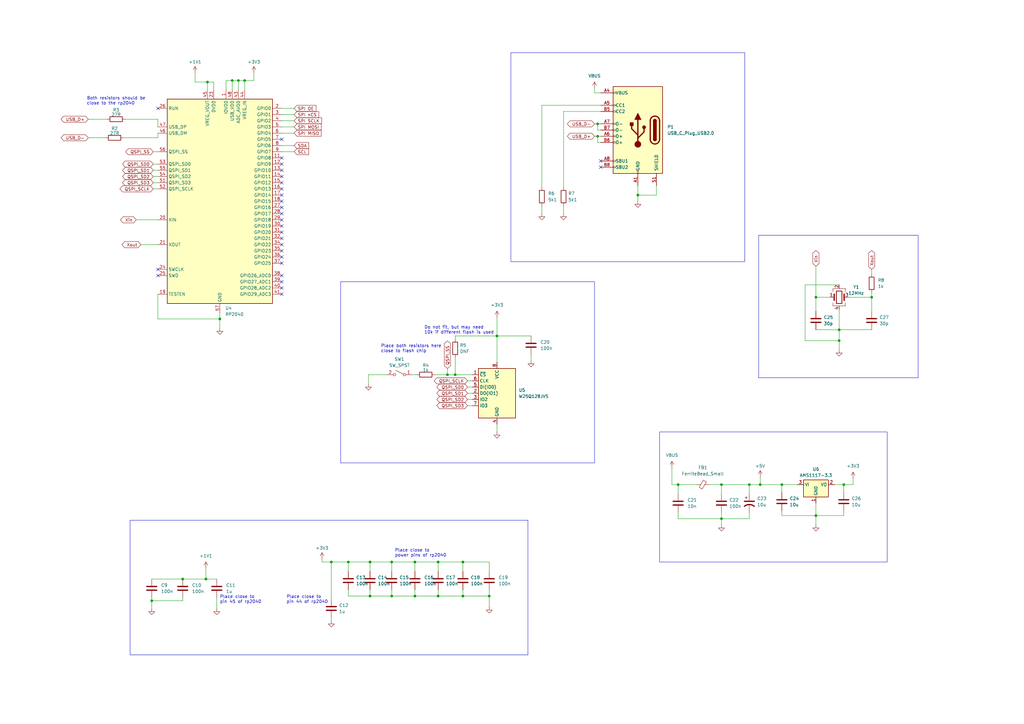
<source format=kicad_sch>
(kicad_sch (version 20231120) (generator "eeschema") (generator_version "8.0")
  (paper "A3")
  (lib_symbols
    (symbol "Connector:USB_C_Receptacle_USB2.0" (pin_names (offset 1.016))
      (property "Reference" "J" (at -10.16 19.05 0))
      (property "Value" "USB_C_Receptacle_USB2.0" (at 19.05 19.05 0))
      (symbol "USB_C_Receptacle_USB2.0_0_0"
        (rectangle (start -0.254 -17.78) (end 0.254 -16.764))
        (rectangle (start 10.16 -14.986) (end 9.144 -15.494))
        (rectangle (start 10.16 -12.446) (end 9.144 -12.954))
        (rectangle (start 10.16 -4.826) (end 9.144 -5.334))
        (rectangle (start 10.16 -2.286) (end 9.144 -2.794))
        (rectangle (start 10.16 0.254) (end 9.144 -0.254))
        (rectangle (start 10.16 2.794) (end 9.144 2.286))
        (rectangle (start 10.16 7.874) (end 9.144 7.366))
        (rectangle (start 10.16 10.414) (end 9.144 9.906))
        (rectangle (start 10.16 15.494) (end 9.144 14.986))
      )
      (symbol "USB_C_Receptacle_USB2.0_0_1"
        (rectangle (start -10.16 17.78) (end 10.16 -17.78) (stroke (width 0.254)) (fill (type background)))
        (arc (start -8.89 -3.81) (mid -6.985 -5.7067) (end -5.08 -3.81) (stroke (width 0.508)))
        (arc (start -7.62 -3.81) (mid -6.985 -4.4423) (end -6.35 -3.81) (stroke (width 0.254)))
        (arc (start -7.62 -3.81) (mid -6.985 -4.4423) (end -6.35 -3.81) (stroke (width 0.254)) (fill (type outline)))
        (rectangle (start -7.62 -3.81) (end -6.35 3.81) (stroke (width 0.254)) (fill (type outline)))
        (arc (start -6.35 3.81) (mid -6.985 4.4423) (end -7.62 3.81) (stroke (width 0.254)))
        (arc (start -6.35 3.81) (mid -6.985 4.4423) (end -7.62 3.81) (stroke (width 0.254)) (fill (type outline)))
        (arc (start -5.08 3.81) (mid -6.985 5.7067) (end -8.89 3.81) (stroke (width 0.508)))
        (circle (center -2.54 1.143) (radius 0.635) (stroke (width 0.254)) (fill (type outline)))
        (circle (center 0 -5.842) (radius 1.27) (fill (type outline)))
        (polyline (pts (xy -8.89 -3.81) (xy -8.89 3.81)) (stroke (width 0.508)))
        (polyline (pts (xy -5.08 3.81) (xy -5.08 -3.81)) (stroke (width 0.508)))
        (polyline (pts (xy 0 -5.842) (xy 0 4.318)) (stroke (width 0.508)))
        (polyline (pts (xy 0 -3.302) (xy -2.54 -0.762) (xy -2.54 0.508)) (stroke (width 0.508)))
        (polyline (pts (xy 0 -2.032) (xy 2.54 0.508) (xy 2.54 1.778)) (stroke (width 0.508)))
        (polyline (pts (xy -1.27 4.318) (xy 0 6.858) (xy 1.27 4.318) (xy -1.27 4.318)) (stroke (width 0.254)) (fill (type outline)))
        (rectangle (start 1.905 1.778) (end 3.175 3.048) (stroke (width 0.254)) (fill (type outline)))
      )
      (symbol "USB_C_Receptacle_USB2.0_1_1"
        (pin passive line (at 0 -22.86 90) (length 5.08) (name "GND") (number "A1"))
        (pin passive line (at 0 -22.86 90) (length 5.08) hide (name "GND") (number "A12"))
        (pin passive line (at 15.24 15.24 180) (length 5.08) (name "VBUS") (number "A4"))
        (pin bidirectional line (at 15.24 10.16 180) (length 5.08) (name "CC1") (number "A5"))
        (pin bidirectional line (at 15.24 -2.54 180) (length 5.08) (name "D+") (number "A6"))
        (pin bidirectional line (at 15.24 2.54 180) (length 5.08) (name "D-") (number "A7"))
        (pin bidirectional line (at 15.24 -12.7 180) (length 5.08) (name "SBU1") (number "A8"))
        (pin passive line (at 15.24 15.24 180) (length 5.08) hide (name "VBUS") (number "A9"))
        (pin passive line (at 0 -22.86 90) (length 5.08) hide (name "GND") (number "B1"))
        (pin passive line (at 0 -22.86 90) (length 5.08) hide (name "GND") (number "B12"))
        (pin passive line (at 15.24 15.24 180) (length 5.08) hide (name "VBUS") (number "B4"))
        (pin bidirectional line (at 15.24 7.62 180) (length 5.08) (name "CC2") (number "B5"))
        (pin bidirectional line (at 15.24 -5.08 180) (length 5.08) (name "D+") (number "B6"))
        (pin bidirectional line (at 15.24 0 180) (length 5.08) (name "D-") (number "B7"))
        (pin bidirectional line (at 15.24 -15.24 180) (length 5.08) (name "SBU2") (number "B8"))
        (pin passive line (at 15.24 15.24 180) (length 5.08) hide (name "VBUS") (number "B9"))
        (pin passive line (at -7.62 -22.86 90) (length 5.08) (name "SHIELD") (number "S1"))
      )
    )
    (symbol "Device:C" (pin_numbers hide) (pin_names (offset 0.254))
      (property "Reference" "C" (at 0.635 2.54 0))
      (property "Value" "C" (at 0.635 -2.54 0))
      (symbol "C_0_1"
        (polyline (pts (xy -2.032 -0.762) (xy 2.032 -0.762)) (stroke (width 0.508)))
        (polyline (pts (xy -2.032 0.762) (xy 2.032 0.762)) (stroke (width 0.508)))
      )
      (symbol "C_1_1"
        (pin passive line (at 0 3.81 270) (length 2.794) (name "~") (number "1"))
        (pin passive line (at 0 -3.81 90) (length 2.794) (name "~") (number "2"))
      )
    )
    (symbol "Device:C_Polarized_US" (pin_numbers hide) (pin_names (offset 0.254) hide)
      (property "Reference" "C" (at 0.635 2.54 0))
      (property "Value" "C_Polarized_US" (at 0.635 -2.54 0))
      (symbol "C_Polarized_US_0_1"
        (polyline (pts (xy -2.032 0.762) (xy 2.032 0.762)) (stroke (width 0.508)))
        (polyline (pts (xy -1.778 2.286) (xy -0.762 2.286)))
        (polyline (pts (xy -1.27 1.778) (xy -1.27 2.794)))
        (arc (start 2.032 -1.27) (mid 0 -0.5572) (end -2.032 -1.27) (stroke (width 0.508)))
      )
      (symbol "C_Polarized_US_1_1"
        (pin passive line (at 0 3.81 270) (length 2.794) (name "~") (number "1"))
        (pin passive line (at 0 -3.81 90) (length 3.302) (name "~") (number "2"))
      )
    )
    (symbol "Device:Crystal_GND24" (pin_names (offset 1.016) hide)
      (property "Reference" "Y" (at 3.175 5.08 0))
      (property "Value" "Crystal_GND24" (at 3.175 3.175 0))
      (symbol "Crystal_GND24_0_1"
        (rectangle (start -1.143 2.54) (end 1.143 -2.54) (stroke (width 0.3048)))
        (polyline (pts (xy -2.54 0) (xy -2.032 0)))
        (polyline (pts (xy -2.032 -1.27) (xy -2.032 1.27)) (stroke (width 0.508)))
        (polyline (pts (xy 0 -3.81) (xy 0 -3.556)))
        (polyline (pts (xy 0 3.556) (xy 0 3.81)))
        (polyline (pts (xy 2.032 -1.27) (xy 2.032 1.27)) (stroke (width 0.508)))
        (polyline (pts (xy 2.032 0) (xy 2.54 0)))
        (polyline (pts (xy -2.54 -2.286) (xy -2.54 -3.556) (xy 2.54 -3.556) (xy 2.54 -2.286)))
        (polyline (pts (xy -2.54 2.286) (xy -2.54 3.556) (xy 2.54 3.556) (xy 2.54 2.286)))
      )
      (symbol "Crystal_GND24_1_1"
        (pin passive line (at -3.81 0 0) (length 1.27) (name "1") (number "1"))
        (pin passive line (at 0 5.08 270) (length 1.27) (name "2") (number "2"))
        (pin passive line (at 3.81 0 180) (length 1.27) (name "3") (number "3"))
        (pin passive line (at 0 -5.08 90) (length 1.27) (name "4") (number "4"))
      )
    )
    (symbol "Device:FerriteBead_Small" (pin_numbers hide) (pin_names (offset 0))
      (property "Reference" "FB" (at 1.905 1.27 0))
      (property "Value" "FerriteBead_Small" (at 1.905 -1.27 0))
      (symbol "FerriteBead_Small_0_1"
        (polyline (pts (xy 0 -1.27) (xy 0 -0.7874)))
        (polyline (pts (xy 0 0.889) (xy 0 1.2954)))
        (polyline (pts (xy -1.8288 0.2794) (xy -1.1176 1.4986) (xy 1.8288 -0.2032) (xy 1.1176 -1.4224) (xy -1.8288 0.2794)))
      )
      (symbol "FerriteBead_Small_1_1"
        (pin passive line (at 0 2.54 270) (length 1.27) (name "~") (number "1"))
        (pin passive line (at 0 -2.54 90) (length 1.27) (name "~") (number "2"))
      )
    )
    (symbol "Device:R" (pin_numbers hide) (pin_names (offset 0))
      (property "Reference" "R" (at 2.032 0 90))
      (property "Value" "R" (at 0 0 90))
      (symbol "R_0_1"
        (rectangle (start -1.016 -2.54) (end 1.016 2.54) (stroke (width 0.254)))
      )
      (symbol "R_1_1"
        (pin passive line (at 0 3.81 270) (length 1.27) (name "~") (number "1"))
        (pin passive line (at 0 -3.81 90) (length 1.27) (name "~") (number "2"))
      )
    )
    (symbol "MCU_RaspberryPi:RP2040"
      (property "Reference" "U" (at 17.78 45.72 0))
      (property "Value" "RP2040" (at 17.78 43.18 0))
      (symbol "RP2040_0_1"
        (rectangle (start -21.59 41.91) (end 21.59 -41.91) (stroke (width 0.254)) (fill (type background)))
      )
      (symbol "RP2040_1_1"
        (pin power_in line (at 2.54 45.72 270) (length 3.81) (name "IOVDD") (number "1"))
        (pin passive line (at 2.54 45.72 270) (length 3.81) hide (name "IOVDD") (number "10"))
        (pin bidirectional line (at 25.4 17.78 180) (length 3.81) (name "GPIO8") (number "11"))
        (pin bidirectional line (at 25.4 15.24 180) (length 3.81) (name "GPIO9") (number "12"))
        (pin bidirectional line (at 25.4 12.7 180) (length 3.81) (name "GPIO10") (number "13"))
        (pin bidirectional line (at 25.4 10.16 180) (length 3.81) (name "GPIO11") (number "14"))
        (pin bidirectional line (at 25.4 7.62 180) (length 3.81) (name "GPIO12") (number "15"))
        (pin bidirectional line (at 25.4 5.08 180) (length 3.81) (name "GPIO13") (number "16"))
        (pin bidirectional line (at 25.4 2.54 180) (length 3.81) (name "GPIO14") (number "17"))
        (pin bidirectional line (at 25.4 0 180) (length 3.81) (name "GPIO15") (number "18"))
        (pin input line (at -25.4 -38.1 0) (length 3.81) (name "TESTEN") (number "19"))
        (pin bidirectional line (at 25.4 38.1 180) (length 3.81) (name "GPIO0") (number "2"))
        (pin input line (at -25.4 -7.62 0) (length 3.81) (name "XIN") (number "20"))
        (pin passive line (at -25.4 -17.78 0) (length 3.81) (name "XOUT") (number "21"))
        (pin passive line (at 2.54 45.72 270) (length 3.81) hide (name "IOVDD") (number "22"))
        (pin power_in line (at -2.54 45.72 270) (length 3.81) (name "DVDD") (number "23"))
        (pin input line (at -25.4 -27.94 0) (length 3.81) (name "SWCLK") (number "24"))
        (pin bidirectional line (at -25.4 -30.48 0) (length 3.81) (name "SWD") (number "25"))
        (pin input line (at -25.4 38.1 0) (length 3.81) (name "RUN") (number "26"))
        (pin bidirectional line (at 25.4 -2.54 180) (length 3.81) (name "GPIO16") (number "27"))
        (pin bidirectional line (at 25.4 -5.08 180) (length 3.81) (name "GPIO17") (number "28"))
        (pin bidirectional line (at 25.4 -7.62 180) (length 3.81) (name "GPIO18") (number "29"))
        (pin bidirectional line (at 25.4 35.56 180) (length 3.81) (name "GPIO1") (number "3"))
        (pin bidirectional line (at 25.4 -10.16 180) (length 3.81) (name "GPIO19") (number "30"))
        (pin bidirectional line (at 25.4 -12.7 180) (length 3.81) (name "GPIO20") (number "31"))
        (pin bidirectional line (at 25.4 -15.24 180) (length 3.81) (name "GPIO21") (number "32"))
        (pin passive line (at 2.54 45.72 270) (length 3.81) hide (name "IOVDD") (number "33"))
        (pin bidirectional line (at 25.4 -17.78 180) (length 3.81) (name "GPIO22") (number "34"))
        (pin bidirectional line (at 25.4 -20.32 180) (length 3.81) (name "GPIO23") (number "35"))
        (pin bidirectional line (at 25.4 -22.86 180) (length 3.81) (name "GPIO24") (number "36"))
        (pin bidirectional line (at 25.4 -25.4 180) (length 3.81) (name "GPIO25") (number "37"))
        (pin bidirectional line (at 25.4 -30.48 180) (length 3.81) (name "GPIO26_ADC0") (number "38"))
        (pin bidirectional line (at 25.4 -33.02 180) (length 3.81) (name "GPIO27_ADC1") (number "39"))
        (pin bidirectional line (at 25.4 33.02 180) (length 3.81) (name "GPIO2") (number "4"))
        (pin bidirectional line (at 25.4 -35.56 180) (length 3.81) (name "GPIO28_ADC2") (number "40"))
        (pin bidirectional line (at 25.4 -38.1 180) (length 3.81) (name "GPIO29_ADC3") (number "41"))
        (pin passive line (at 2.54 45.72 270) (length 3.81) hide (name "IOVDD") (number "42"))
        (pin power_in line (at 7.62 45.72 270) (length 3.81) (name "ADC_AVDD") (number "43"))
        (pin power_in line (at 10.16 45.72 270) (length 3.81) (name "VREG_IN") (number "44"))
        (pin power_out line (at -5.08 45.72 270) (length 3.81) (name "VREG_VOUT") (number "45"))
        (pin bidirectional line (at -25.4 27.94 0) (length 3.81) (name "USB_DM") (number "46"))
        (pin bidirectional line (at -25.4 30.48 0) (length 3.81) (name "USB_DP") (number "47"))
        (pin power_in line (at 5.08 45.72 270) (length 3.81) (name "USB_VDD") (number "48"))
        (pin passive line (at 2.54 45.72 270) (length 3.81) hide (name "IOVDD") (number "49"))
        (pin bidirectional line (at 25.4 30.48 180) (length 3.81) (name "GPIO3") (number "5"))
        (pin passive line (at -2.54 45.72 270) (length 3.81) hide (name "DVDD") (number "50"))
        (pin bidirectional line (at -25.4 7.62 0) (length 3.81) (name "QSPI_SD3") (number "51"))
        (pin output line (at -25.4 5.08 0) (length 3.81) (name "QSPI_SCLK") (number "52"))
        (pin bidirectional line (at -25.4 15.24 0) (length 3.81) (name "QSPI_SD0") (number "53"))
        (pin bidirectional line (at -25.4 10.16 0) (length 3.81) (name "QSPI_SD2") (number "54"))
        (pin bidirectional line (at -25.4 12.7 0) (length 3.81) (name "QSPI_SD1") (number "55"))
        (pin bidirectional line (at -25.4 20.32 0) (length 3.81) (name "QSPI_SS") (number "56"))
        (pin power_in line (at 0 -45.72 90) (length 3.81) (name "GND") (number "57"))
        (pin bidirectional line (at 25.4 27.94 180) (length 3.81) (name "GPIO4") (number "6"))
        (pin bidirectional line (at 25.4 25.4 180) (length 3.81) (name "GPIO5") (number "7"))
        (pin bidirectional line (at 25.4 22.86 180) (length 3.81) (name "GPIO6") (number "8"))
        (pin bidirectional line (at 25.4 20.32 180) (length 3.81) (name "GPIO7") (number "9"))
      )
    )
    (symbol "Memory_Flash:W25Q128JVS"
      (property "Reference" "U" (at -8.89 8.89 0))
      (property "Value" "W25Q128JVS" (at 7.62 8.89 0))
      (symbol "W25Q128JVS_0_1"
        (rectangle (start -7.62 10.16) (end 7.62 -10.16) (stroke (width 0.254)) (fill (type background)))
      )
      (symbol "W25Q128JVS_1_1"
        (pin input line (at -10.16 7.62 0) (length 2.54) (name "~{CS}") (number "1"))
        (pin bidirectional line (at -10.16 0 0) (length 2.54) (name "DO(IO1)") (number "2"))
        (pin bidirectional line (at -10.16 -2.54 0) (length 2.54) (name "IO2") (number "3"))
        (pin power_in line (at 0 -12.7 90) (length 2.54) (name "GND") (number "4"))
        (pin bidirectional line (at -10.16 2.54 0) (length 2.54) (name "DI(IO0)") (number "5"))
        (pin input line (at -10.16 5.08 0) (length 2.54) (name "CLK") (number "6"))
        (pin bidirectional line (at -10.16 -5.08 0) (length 2.54) (name "IO3") (number "7"))
        (pin power_in line (at 0 12.7 270) (length 2.54) (name "VCC") (number "8"))
      )
    )
    (symbol "Regulator_Linear:AMS1117-3.3"
      (property "Reference" "U" (at -3.81 3.175 0))
      (property "Value" "AMS1117-3.3" (at 0 3.175 0))
      (symbol "AMS1117-3.3_0_1"
        (rectangle (start -5.08 -5.08) (end 5.08 1.905) (stroke (width 0.254)) (fill (type background)))
      )
      (symbol "AMS1117-3.3_1_1"
        (pin power_in line (at 0 -7.62 90) (length 2.54) (name "GND") (number "1"))
        (pin power_out line (at 7.62 0 180) (length 2.54) (name "VO") (number "2"))
        (pin power_in line (at -7.62 0 0) (length 2.54) (name "VI") (number "3"))
      )
    )
    (symbol "Switch:SW_SPST" (pin_names (offset 0) hide)
      (property "Reference" "SW" (at 0 3.175 0))
      (property "Value" "SW_SPST" (at 0 -2.54 0))
      (symbol "SW_SPST_0_0"
        (circle (center -2.032 0) (radius 0.508))
        (polyline (pts (xy -1.524 0.254) (xy 1.524 1.778)))
        (circle (center 2.032 0) (radius 0.508))
      )
      (symbol "SW_SPST_1_1"
        (pin passive line (at -5.08 0 0) (length 2.54) (name "A") (number "1"))
        (pin passive line (at 5.08 0 180) (length 2.54) (name "B") (number "2"))
      )
    )
    (symbol "power:+1V1" (power) (pin_names (offset 0))
      (property "Value" "+1V1" (at 0 3.556 0))
      (symbol "+1V1_0_1"
        (polyline (pts (xy -0.762 1.27) (xy 0 2.54)))
        (polyline (pts (xy 0 0) (xy 0 2.54)))
        (polyline (pts (xy 0 2.54) (xy 0.762 1.27)))
      )
      (symbol "+1V1_1_1"
        (pin power_in line (at 0 0 90) (length 0) hide (name "+1V1") (number "1"))
      )
    )
    (symbol "power:+3V3" (power) (pin_names (offset 0))
      (property "Value" "+3V3" (at 0 3.556 0))
      (symbol "+3V3_0_1"
        (polyline (pts (xy -0.762 1.27) (xy 0 2.54)))
        (polyline (pts (xy 0 0) (xy 0 2.54)))
        (polyline (pts (xy 0 2.54) (xy 0.762 1.27)))
      )
      (symbol "+3V3_1_1"
        (pin power_in line (at 0 0 90) (length 0) hide (name "+3V3") (number "1"))
      )
    )
    (symbol "power:+5V" (power) (pin_names (offset 0))
      (property "Value" "+5V" (at 0 3.556 0))
      (symbol "+5V_0_1"
        (polyline (pts (xy -0.762 1.27) (xy 0 2.54)))
        (polyline (pts (xy 0 0) (xy 0 2.54)))
        (polyline (pts (xy 0 2.54) (xy 0.762 1.27)))
      )
      (symbol "+5V_1_1"
        (pin power_in line (at 0 0 90) (length 0) hide (name "+5V") (number "1"))
      )
    )
    (symbol "power:GND" (power) (pin_names (offset 0))
      (property "Value" "GND" (at 0 -3.81 0))
      (symbol "GND_0_1"
        (polyline (pts (xy 0 0) (xy 0 -1.27) (xy 1.27 -1.27) (xy 0 -2.54) (xy -1.27 -1.27) (xy 0 -1.27)))
      )
      (symbol "GND_1_1"
        (pin power_in line (at 0 0 270) (length 0) hide (name "GND") (number "1"))
      )
    )
    (symbol "power:VBUS" (power) (pin_names (offset 0))
      (property "Value" "VBUS" (at 0 3.81 0))
      (symbol "VBUS_0_1"
        (polyline (pts (xy -0.762 1.27) (xy 0 2.54)))
        (polyline (pts (xy 0 0) (xy 0 2.54)))
        (polyline (pts (xy 0 2.54) (xy 0.762 1.27)))
      )
      (symbol "VBUS_1_1"
        (pin power_in line (at 0 0 90) (length 0) hide (name "VBUS") (number "1"))
      )
    )
  )
  (junction (at 151.765 230.505))
  (junction (at 160.655 244.475))
  (junction (at 100.33 33.02))
  (junction (at 189.865 230.505))
  (junction (at 95.25 33.02))
  (junction (at 295.91 212.725))
  (junction (at 179.705 244.475))
  (junction (at 200.66 244.475))
  (junction (at 295.91 198.755))
  (junction (at 245.11 50.8))
  (junction (at 357.505 121.92))
  (junction (at 203.835 137.795))
  (junction (at 320.675 198.755))
  (junction (at 245.11 55.88))
  (junction (at 62.23 246.38))
  (junction (at 170.18 244.475))
  (junction (at 311.785 198.755))
  (junction (at 135.89 230.505))
  (junction (at 186.69 153.67))
  (junction (at 160.655 230.505))
  (junction (at 183.515 153.67))
  (junction (at 142.875 230.505))
  (junction (at 85.09 33.655))
  (junction (at 151.765 244.475))
  (junction (at 179.705 230.505))
  (junction (at 97.79 33.02))
  (junction (at 261.62 80.01))
  (junction (at 334.645 121.92))
  (junction (at 307.34 198.755))
  (junction (at 189.865 244.475))
  (junction (at 334.645 211.455))
  (junction (at 84.455 237.49))
  (junction (at 90.17 130.81))
  (junction (at 74.93 237.49))
  (junction (at 346.075 198.755))
  (junction (at 344.17 135.255))
  (junction (at 278.13 198.755))
  (junction (at 170.18 230.505))
  (junction (at 344.17 139.7))
  (no_connect (at 115.57 105.41))
  (no_connect (at 64.77 113.03))
  (no_connect (at 115.57 64.77))
  (no_connect (at 115.57 82.55))
  (no_connect (at 64.77 110.49))
  (no_connect (at 115.57 107.95))
  (no_connect (at 115.57 118.11))
  (no_connect (at 115.57 67.31))
  (no_connect (at 115.57 92.71))
  (no_connect (at 115.57 97.79))
  (no_connect (at 115.57 72.39))
  (no_connect (at 115.57 74.93))
  (no_connect (at 115.57 102.87))
  (no_connect (at 115.57 90.17))
  (no_connect (at 115.57 80.01))
  (no_connect (at 115.57 87.63))
  (no_connect (at 115.57 113.03))
  (no_connect (at 115.57 120.65))
  (no_connect (at 115.57 77.47))
  (no_connect (at 115.57 69.85))
  (no_connect (at 246.38 68.58))
  (no_connect (at 115.57 95.25))
  (no_connect (at 115.57 57.15))
  (no_connect (at 115.57 100.33))
  (no_connect (at 115.57 85.09))
  (no_connect (at 246.38 66.04))
  (no_connect (at 115.57 115.57))
  (no_connect (at 64.77 44.45))
  (wire (pts (xy 88.9 237.49) (xy 84.455 237.49)))
  (wire (pts (xy 120.65 59.69) (xy 115.57 59.69)))
  (wire (pts (xy 95.25 36.83) (xy 95.25 33.02)))
  (wire (pts (xy 191.77 161.29) (xy 193.675 161.29)))
  (wire (pts (xy 160.655 244.475) (xy 170.18 244.475)))
  (wire (pts (xy 74.93 246.38) (xy 62.23 246.38)))
  (wire (pts (xy 349.885 198.755) (xy 349.885 196.215)))
  (wire (pts (xy 62.23 246.38) (xy 62.23 249.555)))
  (wire (pts (xy 295.91 215.265) (xy 295.91 212.725)))
  (wire (pts (xy 62.23 245.11) (xy 62.23 246.38)))
  (wire (pts (xy 179.705 241.935) (xy 179.705 244.475)))
  (wire (pts (xy 344.17 116.84) (xy 330.2 116.84)))
  (wire (pts (xy 74.93 237.49) (xy 84.455 237.49)))
  (wire (pts (xy 217.805 147.955) (xy 217.805 145.415)))
  (wire (pts (xy 160.655 241.935) (xy 160.655 244.475)))
  (wire (pts (xy 307.34 198.755) (xy 307.34 202.565)))
  (wire (pts (xy 278.13 202.565) (xy 278.13 198.755)))
  (wire (pts (xy 278.13 210.185) (xy 278.13 212.725)))
  (wire (pts (xy 186.69 139.065) (xy 186.69 137.795)))
  (wire (pts (xy 347.98 121.92) (xy 357.505 121.92)))
  (wire (pts (xy 245.11 50.8) (xy 246.38 50.8)))
  (wire (pts (xy 334.645 135.255) (xy 344.17 135.255)))
  (wire (pts (xy 62.865 69.85) (xy 64.77 69.85)))
  (wire (pts (xy 330.2 139.7) (xy 344.17 139.7)))
  (wire (pts (xy 170.18 244.475) (xy 179.705 244.475)))
  (wire (pts (xy 64.77 56.515) (xy 64.77 54.61)))
  (wire (pts (xy 135.89 245.745) (xy 135.89 230.505)))
  (wire (pts (xy 320.675 209.55) (xy 320.675 211.455)))
  (wire (pts (xy 135.89 254.635) (xy 135.89 253.365)))
  (wire (pts (xy 151.13 153.67) (xy 151.13 157.48)))
  (wire (pts (xy 120.65 62.23) (xy 115.57 62.23)))
  (wire (pts (xy 142.875 244.475) (xy 151.765 244.475)))
  (wire (pts (xy 179.705 230.505) (xy 189.865 230.505)))
  (wire (pts (xy 307.34 198.755) (xy 311.785 198.755)))
  (wire (pts (xy 269.24 80.01) (xy 261.62 80.01)))
  (wire (pts (xy 245.11 55.88) (xy 246.38 55.88)))
  (wire (pts (xy 357.505 110.49) (xy 357.505 112.395)))
  (wire (pts (xy 295.91 198.755) (xy 307.34 198.755)))
  (wire (pts (xy 80.01 29.845) (xy 80.01 33.655)))
  (wire (pts (xy 62.865 77.47) (xy 64.77 77.47)))
  (wire (pts (xy 160.655 234.315) (xy 160.655 230.505)))
  (wire (pts (xy 97.79 33.02) (xy 97.79 36.83)))
  (wire (pts (xy 200.66 244.475) (xy 200.66 248.92)))
  (wire (pts (xy 243.84 38.1) (xy 246.38 38.1)))
  (wire (pts (xy 97.79 33.02) (xy 100.33 33.02)))
  (wire (pts (xy 120.65 54.61) (xy 115.57 54.61)))
  (wire (pts (xy 178.435 153.67) (xy 183.515 153.67)))
  (wire (pts (xy 334.645 206.375) (xy 334.645 211.455)))
  (wire (pts (xy 142.875 241.935) (xy 142.875 244.475)))
  (wire (pts (xy 90.17 128.27) (xy 90.17 130.81)))
  (wire (pts (xy 120.65 52.07) (xy 115.57 52.07)))
  (wire (pts (xy 64.77 120.65) (xy 64.77 130.81)))
  (wire (pts (xy 200.66 241.935) (xy 200.66 244.475)))
  (wire (pts (xy 84.455 237.49) (xy 84.455 233.045)))
  (wire (pts (xy 278.13 212.725) (xy 295.91 212.725)))
  (wire (pts (xy 189.865 244.475) (xy 200.66 244.475)))
  (wire (pts (xy 231.14 45.72) (xy 231.14 76.835)))
  (wire (pts (xy 158.75 153.67) (xy 151.13 153.67)))
  (wire (pts (xy 95.25 33.02) (xy 97.79 33.02)))
  (wire (pts (xy 183.515 151.13) (xy 183.515 153.67)))
  (wire (pts (xy 170.18 230.505) (xy 179.705 230.505)))
  (wire (pts (xy 90.17 130.81) (xy 90.17 134.62)))
  (wire (pts (xy 64.77 130.81) (xy 90.17 130.81)))
  (wire (pts (xy 231.14 84.455) (xy 231.14 87.63)))
  (wire (pts (xy 191.77 156.21) (xy 193.675 156.21)))
  (wire (pts (xy 186.69 137.795) (xy 203.835 137.795)))
  (wire (pts (xy 85.09 33.655) (xy 87.63 33.655)))
  (wire (pts (xy 295.91 202.565) (xy 295.91 198.755)))
  (wire (pts (xy 142.875 234.315) (xy 142.875 230.505)))
  (wire (pts (xy 334.645 121.92) (xy 334.645 127.635)))
  (wire (pts (xy 290.83 198.755) (xy 295.91 198.755)))
  (wire (pts (xy 346.075 198.755) (xy 346.075 201.93)))
  (wire (pts (xy 55.88 90.17) (xy 64.77 90.17)))
  (wire (pts (xy 85.09 33.655) (xy 85.09 36.83)))
  (wire (pts (xy 246.38 58.42) (xy 245.11 58.42)))
  (wire (pts (xy 203.835 177.165) (xy 203.835 173.99)))
  (wire (pts (xy 92.71 36.83) (xy 92.71 33.02)))
  (wire (pts (xy 346.075 198.755) (xy 349.885 198.755)))
  (wire (pts (xy 346.075 211.455) (xy 334.645 211.455)))
  (wire (pts (xy 245.11 58.42) (xy 245.11 55.88)))
  (wire (pts (xy 189.865 241.935) (xy 189.865 244.475)))
  (wire (pts (xy 357.505 121.92) (xy 357.505 127.635)))
  (wire (pts (xy 222.25 43.18) (xy 222.25 76.835)))
  (wire (pts (xy 64.77 48.895) (xy 64.77 52.07)))
  (wire (pts (xy 160.655 230.505) (xy 170.18 230.505)))
  (wire (pts (xy 62.865 67.31) (xy 64.77 67.31)))
  (wire (pts (xy 80.01 33.655) (xy 85.09 33.655)))
  (wire (pts (xy 170.18 241.935) (xy 170.18 244.475)))
  (wire (pts (xy 311.785 195.58) (xy 311.785 198.755)))
  (wire (pts (xy 120.65 44.45) (xy 115.57 44.45)))
  (wire (pts (xy 246.38 43.18) (xy 222.25 43.18)))
  (wire (pts (xy 92.71 33.02) (xy 95.25 33.02)))
  (wire (pts (xy 189.865 234.315) (xy 189.865 230.505)))
  (wire (pts (xy 311.785 198.755) (xy 320.675 198.755)))
  (wire (pts (xy 275.59 198.755) (xy 278.13 198.755)))
  (wire (pts (xy 151.765 234.315) (xy 151.765 230.505)))
  (wire (pts (xy 278.13 198.755) (xy 285.75 198.755)))
  (wire (pts (xy 344.17 127) (xy 344.17 135.255)))
  (wire (pts (xy 183.515 153.67) (xy 186.69 153.67)))
  (wire (pts (xy 320.675 211.455) (xy 334.645 211.455)))
  (wire (pts (xy 151.765 244.475) (xy 160.655 244.475)))
  (wire (pts (xy 320.675 201.93) (xy 320.675 198.755)))
  (wire (pts (xy 275.59 191.77) (xy 275.59 198.755)))
  (wire (pts (xy 200.66 230.505) (xy 200.66 234.315)))
  (wire (pts (xy 334.645 211.455) (xy 334.645 215.265)))
  (wire (pts (xy 246.38 53.34) (xy 245.11 53.34)))
  (wire (pts (xy 243.84 55.88) (xy 245.11 55.88)))
  (wire (pts (xy 186.69 146.685) (xy 186.69 153.67)))
  (wire (pts (xy 87.63 33.655) (xy 87.63 36.83)))
  (wire (pts (xy 261.62 76.2) (xy 261.62 80.01)))
  (wire (pts (xy 191.77 166.37) (xy 193.675 166.37)))
  (wire (pts (xy 135.89 230.505) (xy 142.875 230.505)))
  (wire (pts (xy 203.835 137.795) (xy 217.805 137.795)))
  (wire (pts (xy 269.24 76.2) (xy 269.24 80.01)))
  (wire (pts (xy 330.2 116.84) (xy 330.2 139.7)))
  (wire (pts (xy 344.17 135.255) (xy 344.17 139.7)))
  (wire (pts (xy 186.69 153.67) (xy 193.675 153.67)))
  (wire (pts (xy 189.865 230.505) (xy 200.66 230.505)))
  (wire (pts (xy 132.08 229.235) (xy 132.08 230.505)))
  (wire (pts (xy 344.17 139.7) (xy 344.17 143.51)))
  (wire (pts (xy 203.835 137.795) (xy 203.835 148.59)))
  (wire (pts (xy 342.265 198.755) (xy 346.075 198.755)))
  (wire (pts (xy 120.65 49.53) (xy 115.57 49.53)))
  (wire (pts (xy 168.91 153.67) (xy 170.815 153.67)))
  (wire (pts (xy 62.865 62.23) (xy 64.77 62.23)))
  (wire (pts (xy 203.835 130.175) (xy 203.835 137.795)))
  (wire (pts (xy 307.34 210.185) (xy 307.34 212.725)))
  (wire (pts (xy 295.91 212.725) (xy 295.91 210.185)))
  (wire (pts (xy 57.785 100.33) (xy 64.77 100.33)))
  (wire (pts (xy 51.435 48.895) (xy 64.77 48.895)))
  (wire (pts (xy 36.195 48.895) (xy 43.815 48.895)))
  (wire (pts (xy 179.705 234.315) (xy 179.705 230.505)))
  (wire (pts (xy 357.505 120.015) (xy 357.505 121.92)))
  (wire (pts (xy 191.77 158.75) (xy 193.675 158.75)))
  (wire (pts (xy 307.34 212.725) (xy 295.91 212.725)))
  (wire (pts (xy 100.33 33.02) (xy 104.14 33.02)))
  (wire (pts (xy 191.77 163.83) (xy 193.675 163.83)))
  (wire (pts (xy 222.25 84.455) (xy 222.25 87.63)))
  (wire (pts (xy 62.865 74.93) (xy 64.77 74.93)))
  (wire (pts (xy 320.675 198.755) (xy 327.025 198.755)))
  (wire (pts (xy 245.11 53.34) (xy 245.11 50.8)))
  (wire (pts (xy 115.57 46.99) (xy 120.65 46.99)))
  (wire (pts (xy 179.705 244.475) (xy 189.865 244.475)))
  (wire (pts (xy 74.93 245.11) (xy 74.93 246.38)))
  (wire (pts (xy 170.18 234.315) (xy 170.18 230.505)))
  (wire (pts (xy 334.645 121.92) (xy 340.36 121.92)))
  (wire (pts (xy 261.62 80.01) (xy 261.62 82.55)))
  (wire (pts (xy 100.33 36.83) (xy 100.33 33.02)))
  (wire (pts (xy 132.08 230.505) (xy 135.89 230.505)))
  (wire (pts (xy 142.875 230.505) (xy 151.765 230.505)))
  (wire (pts (xy 346.075 211.455) (xy 346.075 209.55)))
  (wire (pts (xy 243.84 50.8) (xy 245.11 50.8)))
  (wire (pts (xy 62.23 237.49) (xy 74.93 237.49)))
  (wire (pts (xy 104.14 33.02) (xy 104.14 29.845)))
  (wire (pts (xy 334.645 109.22) (xy 334.645 121.92)))
  (wire (pts (xy 246.38 45.72) (xy 231.14 45.72)))
  (wire (pts (xy 151.765 230.505) (xy 160.655 230.505)))
  (wire (pts (xy 50.8 56.515) (xy 64.77 56.515)))
  (wire (pts (xy 151.765 241.935) (xy 151.765 244.475)))
  (wire (pts (xy 344.17 135.255) (xy 357.505 135.255)))
  (wire (pts (xy 62.865 72.39) (xy 64.77 72.39)))
  (wire (pts (xy 243.84 36.195) (xy 243.84 38.1)))
  (wire (pts (xy 36.195 56.515) (xy 43.18 56.515)))
  (wire (pts (xy 88.9 249.555) (xy 88.9 245.11)))
  (rectangle (start 53.34 213.36) (end 216.535 268.605))
  (rectangle (start 270.51 177.165) (end 363.855 230.505))
  (rectangle (start 209.55 21.59) (end 305.435 107.315))
  (rectangle (start 311.15 96.52) (end 376.555 154.94))
  (rectangle (start 139.7 115.57) (end 243.84 189.865))
  (text "Place both resistors here\nclose to flash chip" (at 156.21 144.78 0) (effects (font (size 1.27 1.27)) (justify left bottom)))
  (text "Place close to \npower pins of rp2040" (at 161.925 228.6 0) (effects (font (size 1.27 1.27)) (justify left bottom)))
  (text "Do not fit, but may need \n10k if different flash is used" (at 173.99 137.16 0) (effects (font (size 1.27 1.27)) (justify left bottom)))
  (text "Place close to \npin 44 of rp2040" (at 117.475 247.65 0) (effects (font (size 1.27 1.27)) (justify left bottom)))
  (text "Both resistors should be\nclose to the rp2040" (at 35.56 43.18 0) (effects (font (size 1.27 1.27)) (justify left bottom)))
  (text "Place close to \npin 45 of rp2040" (at 90.17 247.65 0) (effects (font (size 1.27 1.27)) (justify left bottom)))
  (global_label "SPI OE" (shape input) (at 120.65 44.45 0) (property "Intersheetrefs" "${INTERSHEET_REFS}" (effects (hide yes))))
  (global_label "QSPI_SS" (shape bidirectional) (at 62.865 62.23 180) (property "Intersheetrefs" "${INTERSHEET_REFS}" (effects (hide yes))))
  (global_label "QSPI_SD0" (shape bidirectional) (at 62.865 67.31 180) (property "Intersheetrefs" "${INTERSHEET_REFS}" (effects (hide yes))))
  (global_label "SCL" (shape input) (at 120.65 62.23 0) (property "Intersheetrefs" "${INTERSHEET_REFS}" (effects (hide yes))))
  (global_label "SPI SCLK" (shape input) (at 120.65 49.53 0) (property "Intersheetrefs" "${INTERSHEET_REFS}" (effects (hide yes))))
  (global_label "QSPI_SD2" (shape bidirectional) (at 62.865 72.39 180) (property "Intersheetrefs" "${INTERSHEET_REFS}" (effects (hide yes))))
  (global_label "SDA" (shape input) (at 120.65 59.69 0) (property "Intersheetrefs" "${INTERSHEET_REFS}" (effects (hide yes))))
  (global_label "SPI MISO" (shape input) (at 120.65 54.61 0) (property "Intersheetrefs" "${INTERSHEET_REFS}" (effects (hide yes))))
  (global_label "QSPI_SS" (shape bidirectional) (at 183.515 151.13 90) (property "Intersheetrefs" "${INTERSHEET_REFS}" (effects (hide yes))))
  (global_label "Xin" (shape bidirectional) (at 55.88 90.17 180) (property "Intersheetrefs" "${INTERSHEET_REFS}" (effects (hide yes))))
  (global_label "Xout" (shape bidirectional) (at 57.785 100.33 180) (property "Intersheetrefs" "${INTERSHEET_REFS}" (effects (hide yes))))
  (global_label "QSPI_SCLK" (shape bidirectional) (at 62.865 77.47 180) (property "Intersheetrefs" "${INTERSHEET_REFS}" (effects (hide yes))))
  (global_label "USB_D-" (shape bidirectional) (at 36.195 56.515 180) (property "Intersheetrefs" "${INTERSHEET_REFS}" (effects (hide yes))))
  (global_label "USB_D-" (shape bidirectional) (at 243.84 50.8 180) (property "Intersheetrefs" "${INTERSHEET_REFS}" (effects (hide yes))))
  (global_label "USB_D+" (shape bidirectional) (at 36.195 48.895 180) (property "Intersheetrefs" "${INTERSHEET_REFS}" (effects (hide yes))))
  (global_label "SPI nCS" (shape input) (at 120.65 46.99 0) (property "Intersheetrefs" "${INTERSHEET_REFS}" (effects (hide yes))))
  (global_label "QSPI_SCLK" (shape bidirectional) (at 191.77 156.21 180) (property "Intersheetrefs" "${INTERSHEET_REFS}" (effects (hide yes))))
  (global_label "QSPI_SD0" (shape bidirectional) (at 191.77 158.75 180) (property "Intersheetrefs" "${INTERSHEET_REFS}" (effects (hide yes))))
  (global_label "USB_D+" (shape bidirectional) (at 243.84 55.88 180) (property "Intersheetrefs" "${INTERSHEET_REFS}" (effects (hide yes))))
  (global_label "Xin" (shape bidirectional) (at 334.645 109.22 90) (property "Intersheetrefs" "${INTERSHEET_REFS}" (effects (hide yes))))
  (global_label "Xout" (shape bidirectional) (at 357.505 110.49 90) (property "Intersheetrefs" "${INTERSHEET_REFS}" (effects (hide yes))))
  (global_label "QSPI_SD2" (shape bidirectional) (at 191.77 163.83 180) (property "Intersheetrefs" "${INTERSHEET_REFS}" (effects (hide yes))))
  (global_label "QSPI_SD1" (shape bidirectional) (at 62.865 69.85 180) (property "Intersheetrefs" "${INTERSHEET_REFS}" (effects (hide yes))))
  (global_label "QSPI_SD3" (shape bidirectional) (at 62.865 74.93 180) (property "Intersheetrefs" "${INTERSHEET_REFS}" (effects (hide yes))))
  (global_label "SPI MOSI" (shape input) (at 120.65 52.07 0) (property "Intersheetrefs" "${INTERSHEET_REFS}" (effects (hide yes))))
  (global_label "QSPI_SD3" (shape bidirectional) (at 191.77 166.37 180) (property "Intersheetrefs" "${INTERSHEET_REFS}" (effects (hide yes))))
  (global_label "QSPI_SD1" (shape bidirectional) (at 191.77 161.29 180) (property "Intersheetrefs" "${INTERSHEET_REFS}" (effects (hide yes))))
  (symbol (lib_id "power:GND") (at 217.805 147.955 0) (unit 1)
    (property "Reference" "#PWR031" (effects (hide yes)))
    (property "Value" "GND" (effects (hide yes)))
  )
  (symbol (lib_id "power:GND") (at 135.89 254.635 0) (unit 1)
    (property "Reference" "#PWR026" (effects (hide yes)))
    (property "Value" "GND" (effects (hide yes)))
  )
  (symbol (lib_id "Device:C") (at 170.18 238.125 0) (unit 1)
    (property "Reference" "C16" (at 173.99 236.855 0) (effects (justify left)))
    (property "Value" "100n" (at 173.99 239.395 0) (effects (justify left)))
    (property "Footprint" "Capacitor_SMD:C_0402_1005Metric" (effects (hide yes)))
    (property "MPN" "C1525" (effects (hide yes)))
  )
  (symbol (lib_id "Device:Crystal_GND24") (at 344.17 121.92 0) (unit 1)
    (property "Reference" "Y1" (at 351.155 117.7291 0))
    (property "Value" "12MHz" (at 351.155 120.2691 0))
    (property "Footprint" "Crystal:Crystal_SMD_3225-4Pin_3.2x2.5mm" (effects (hide yes)))
    (property "MPN" "C9002" (effects (hide yes)))
  )
  (symbol (lib_id "Device:C") (at 179.705 238.125 0) (unit 1)
    (property "Reference" "C17" (at 182.88 236.855 0) (effects (justify left)))
    (property "Value" "100n" (at 182.88 239.395 0) (effects (justify left)))
    (property "Footprint" "Capacitor_SMD:C_0402_1005Metric" (effects (hide yes)))
    (property "MPN" "C1525" (effects (hide yes)))
  )
  (symbol (lib_id "Device:R") (at 222.25 80.645 0) (unit 1)
    (property "Reference" "R6" (at 224.79 79.375 0) (effects (justify left)))
    (property "Value" "5k1" (at 224.79 81.915 0) (effects (justify left)))
    (property "Footprint" "Resistor_SMD:R_0402_1005Metric" (effects (hide yes)))
    (property "MPN" "C25905" (effects (hide yes)))
  )
  (symbol (lib_id "power:GND") (at 295.91 215.265 0) (unit 1)
    (property "Reference" "#PWR037" (effects (hide yes)))
    (property "Value" "GND" (effects (hide yes)))
  )
  (symbol (lib_id "Device:C") (at 151.765 238.125 0) (unit 1)
    (property "Reference" "C14" (at 154.94 236.855 0) (effects (justify left)))
    (property "Value" "100n" (at 154.94 239.395 0) (effects (justify left)))
    (property "Footprint" "Capacitor_SMD:C_0402_1005Metric" (effects (hide yes)))
    (property "MPN" "C1525" (effects (hide yes)))
  )
  (symbol (lib_id "Device:C") (at 142.875 238.125 0) (unit 1)
    (property "Reference" "C13" (at 146.05 236.855 0) (effects (justify left)))
    (property "Value" "100n" (at 146.05 239.395 0) (effects (justify left)))
    (property "Footprint" "Capacitor_SMD:C_0402_1005Metric" (effects (hide yes)))
    (property "MPN" "C1525" (effects (hide yes)))
  )
  (symbol (lib_id "Device:C") (at 346.075 205.74 0) (unit 1)
    (property "Reference" "C26" (at 349.25 204.47 0) (effects (justify left)))
    (property "Value" "10u" (at 349.25 207.01 0) (effects (justify left)))
    (property "Footprint" "Capacitor_SMD:C_0805_2012Metric" (effects (hide yes)))
    (property "MPN" "C15850" (effects (hide yes)))
  )
  (symbol (lib_id "power:+3V3") (at 349.885 196.215 0) (unit 1)
    (property "Reference" "#PWR041" (effects (hide yes)))
    (property "Value" "+3V3" (at 349.885 191.135 0))
  )
  (symbol (lib_id "power:+5V") (at 311.785 195.58 0) (unit 1)
    (property "Reference" "#PWR038" (effects (hide yes)))
    (property "Value" "+5V" (at 311.785 191.135 0))
  )
  (symbol (lib_id "power:GND") (at 90.17 134.62 0) (unit 1)
    (property "Reference" "#PWR023" (effects (hide yes)))
    (property "Value" "GND" (effects (hide yes)))
  )
  (symbol (lib_id "Device:C") (at 160.655 238.125 0) (unit 1)
    (property "Reference" "C15" (at 163.83 236.855 0) (effects (justify left)))
    (property "Value" "100n" (at 163.83 239.395 0) (effects (justify left)))
    (property "Footprint" "Capacitor_SMD:C_0402_1005Metric" (effects (hide yes)))
    (property "MPN" "C1525" (effects (hide yes)))
  )
  (symbol (lib_id "Device:C") (at 320.675 205.74 0) (unit 1)
    (property "Reference" "C24" (at 323.85 204.47 0) (effects (justify left)))
    (property "Value" "10u" (at 323.85 207.01 0) (effects (justify left)))
    (property "Footprint" "Capacitor_SMD:C_0805_2012Metric" (effects (hide yes)))
    (property "MPN" "C15850" (effects (hide yes)))
  )
  (symbol (lib_id "Device:R") (at 357.505 116.205 0) (unit 1)
    (property "Reference" "R8" (at 360.045 114.935 0) (effects (justify left)))
    (property "Value" "1k" (at 360.045 117.475 0) (effects (justify left)))
    (property "Footprint" "Resistor_SMD:R_0402_1005Metric" (effects (hide yes)))
    (property "MPN" "C11702" (effects (hide yes)))
  )
  (symbol (lib_id "power:VBUS") (at 243.84 36.195 0) (unit 1)
    (property "Reference" "#PWR034" (effects (hide yes)))
    (property "Value" "VBUS" (at 243.84 31.115 0))
  )
  (symbol (lib_id "Device:R") (at 46.99 56.515 90) (unit 1)
    (property "Reference" "R2" (at 46.99 52.705 90))
    (property "Value" "27R" (at 46.99 54.61 90))
    (property "Footprint" "Resistor_SMD:R_0603_1608Metric" (effects (hide yes)))
    (property "MPN" "C25190" (effects (hide yes)))
  )
  (symbol (lib_id "power:+3V3") (at 104.14 29.845 0) (unit 1)
    (property "Reference" "#PWR024" (effects (hide yes)))
    (property "Value" "+3V3" (at 104.14 25.4 0))
  )
  (symbol (lib_id "power:GND") (at 88.9 249.555 0) (unit 1)
    (property "Reference" "#PWR022" (effects (hide yes)))
    (property "Value" "GND" (effects (hide yes)))
  )
  (symbol (lib_id "Device:C") (at 62.23 241.3 0) (unit 1)
    (property "Reference" "C9" (at 66.04 240.03 0) (effects (justify left)))
    (property "Value" "100n" (at 66.04 242.57 0) (effects (justify left)))
    (property "Footprint" "Capacitor_SMD:C_0402_1005Metric" (effects (hide yes)))
    (property "MPN" "C1525" (effects (hide yes)))
  )
  (symbol (lib_id "power:+1V1") (at 80.01 29.845 0) (unit 1)
    (property "Reference" "#PWR020" (effects (hide yes)))
    (property "Value" "+1V1" (at 80.01 25.4 0))
  )
  (symbol (lib_id "Memory_Flash:W25Q128JVS") (at 203.835 161.29 0) (unit 1)
    (property "Reference" "U5" (at 212.725 160.02 0) (effects (justify left)))
    (property "Value" "W25Q128JVS" (at 212.725 162.56 0) (effects (justify left)))
    (property "Footprint" "Package_SO:SOIC-8_5.23x5.23mm_P1.27mm" (effects (hide yes)))
    (property "Datasheet" "http://www.winbond.com/resource-files/w25q128jv_dtr%20revc%2003272018%20plus.pdf" (effects (hide yes)))
    (property "MPN" "C97521" (effects (hide yes)))
  )
  (symbol (lib_id "power:+1V1") (at 84.455 233.045 0) (unit 1)
    (property "Reference" "#PWR021" (effects (hide yes)))
    (property "Value" "+1V1" (at 84.455 227.965 0))
  )
  (symbol (lib_id "Device:R") (at 186.69 142.875 0) (unit 1) (in_bom no)
    (property "Reference" "R5" (at 188.595 141.605 0) (effects (justify left)))
    (property "Value" "DNF" (at 188.595 144.145 0) (effects (justify left)))
    (property "Footprint" "Resistor_SMD:R_0402_1005Metric" (effects (hide yes)))
  )
  (symbol (lib_id "Device:C") (at 88.9 241.3 0) (unit 1)
    (property "Reference" "C11" (at 92.71 240.03 0) (effects (justify left)))
    (property "Value" "1u" (at 92.71 242.57 0) (effects (justify left)))
    (property "Footprint" "Capacitor_SMD:C_0603_1608Metric" (effects (hide yes)))
    (property "MPN" "C15849" (effects (hide yes)))
  )
  (symbol (lib_id "power:GND") (at 200.66 248.92 0) (unit 1)
    (property "Reference" "#PWR028" (effects (hide yes)))
    (property "Value" "GND" (effects (hide yes)))
  )
  (symbol (lib_id "MCU_RaspberryPi:RP2040") (at 90.17 82.55 0) (unit 1)
    (property "Reference" "U4" (at 92.3641 126.365 0) (effects (justify left)))
    (property "Value" "RP2040" (at 92.3641 128.905 0) (effects (justify left)))
    (property "Footprint" "Package_DFN_QFN:QFN-56-1EP_7x7mm_P0.4mm_EP3.2x3.2mm" (effects (hide yes)))
    (property "Datasheet" "https://datasheets.raspberrypi.com/rp2040/rp2040-datasheet.pdf" (effects (hide yes)))
    (property "MPN" "C2040" (effects (hide yes)))
  )
  (symbol (lib_id "Device:C") (at 357.505 131.445 0) (unit 1)
    (property "Reference" "C27" (at 360.68 130.175 0) (effects (justify left)))
    (property "Value" "30p" (at 360.68 132.715 0) (effects (justify left)))
    (property "Footprint" "Capacitor_SMD:C_0402_1005Metric" (effects (hide yes)))
    (property "MPN" "C1570" (effects (hide yes)))
  )
  (symbol (lib_id "power:+3V3") (at 132.08 229.235 0) (unit 1)
    (property "Reference" "#PWR025" (effects (hide yes)))
    (property "Value" "+3V3" (at 132.08 224.79 0))
  )
  (symbol (lib_id "Connector:USB_C_Receptacle_USB2.0") (at 261.62 53.34 0) (mirror y) (unit 1)
    (property "Reference" "P1" (at 273.685 52.07 0) (effects (justify right)))
    (property "Value" "USB_C_Plug_USB2.0" (at 273.685 54.61 0) (effects (justify right)))
    (property "Footprint" "Connector_USB:USB_C_Receptacle_G-Switch_GT-USB-7010ASV" (effects (hide yes)))
    (property "Datasheet" "https://www.usb.org/sites/default/files/documents/usb_type-c.zip" (effects (hide yes)))
    (property "MPN" "C2988369" (effects (hide yes)))
  )
  (symbol (lib_id "power:GND") (at 203.835 177.165 0) (unit 1)
    (property "Reference" "#PWR030" (effects (hide yes)))
    (property "Value" "GND" (effects (hide yes)))
  )
  (symbol (lib_id "Device:C_Polarized_US") (at 307.34 206.375 0) (unit 1)
    (property "Reference" "C23" (at 310.515 204.47 0) (effects (justify left)))
    (property "Value" "10u" (at 310.515 207.01 0) (effects (justify left)))
    (property "Footprint" "Capacitor_Tantalum_SMD:CP_EIA-3216-10_Kemet-I" (effects (hide yes)))
    (property "MPN" "C7171" (effects (hide yes)))
  )
  (symbol (lib_id "Device:C") (at 135.89 249.555 0) (unit 1)
    (property "Reference" "C12" (at 139.065 248.285 0) (effects (justify left)))
    (property "Value" "1u" (at 139.065 250.825 0) (effects (justify left)))
    (property "Footprint" "Capacitor_SMD:C_0603_1608Metric" (effects (hide yes)))
    (property "MPN" "C15849" (effects (hide yes)))
  )
  (symbol (lib_id "Device:R") (at 231.14 80.645 0) (unit 1)
    (property "Reference" "R7" (at 233.045 79.375 0) (effects (justify left)))
    (property "Value" "5k1" (at 233.045 81.915 0) (effects (justify left)))
    (property "Footprint" "Resistor_SMD:R_0402_1005Metric" (effects (hide yes)))
    (property "MPN" "C25905" (effects (hide yes)))
  )
  (symbol (lib_id "power:GND") (at 222.25 87.63 0) (unit 1)
    (property "Reference" "#PWR032" (effects (hide yes)))
    (property "Value" "GND" (effects (hide yes)))
  )
  (symbol (lib_id "Device:FerriteBead_Small") (at 288.29 198.755 90) (unit 1)
    (property "Reference" "FB1" (at 288.2519 191.77 90))
    (property "Value" "FerriteBead_Small" (at 288.2519 194.31 90))
    (property "Footprint" "Inductor_SMD:L_0805_2012Metric" (effects (hide yes)))
    (property "MPN" "C1015" (effects (hide yes)))
  )
  (symbol (lib_id "Device:C") (at 189.865 238.125 0) (unit 1)
    (property "Reference" "C18" (at 193.04 236.855 0) (effects (justify left)))
    (property "Value" "100n" (at 193.04 239.395 0) (effects (justify left)))
    (property "Footprint" "Capacitor_SMD:C_0402_1005Metric" (effects (hide yes)))
    (property "MPN" "C1525" (effects (hide yes)))
  )
  (symbol (lib_id "Device:R") (at 47.625 48.895 90) (unit 1)
    (property "Reference" "R3" (at 47.625 45.085 90))
    (property "Value" "27R" (at 47.625 46.99 90))
    (property "Footprint" "Resistor_SMD:R_0603_1608Metric" (effects (hide yes)))
    (property "MPN" "C25190" (effects (hide yes)))
  )
  (symbol (lib_id "Device:C") (at 278.13 206.375 0) (unit 1)
    (property "Reference" "C21" (at 281.94 205.105 0) (effects (justify left)))
    (property "Value" "10n" (at 281.94 207.645 0) (effects (justify left)))
    (property "Footprint" "Capacitor_SMD:C_0402_1005Metric" (effects (hide yes)))
    (property "MPN" "C15195" (effects (hide yes)))
  )
  (symbol (lib_id "Device:C") (at 200.66 238.125 0) (unit 1)
    (property "Reference" "C19" (at 204.47 236.855 0) (effects (justify left)))
    (property "Value" "100n" (at 204.47 239.395 0) (effects (justify left)))
    (property "Footprint" "Capacitor_SMD:C_0402_1005Metric" (effects (hide yes)))
    (property "MPN" "C1525" (effects (hide yes)))
  )
  (symbol (lib_id "Device:R") (at 174.625 153.67 90) (unit 1)
    (property "Reference" "R4" (at 174.625 149.86 90))
    (property "Value" "1k" (at 174.625 151.765 90))
    (property "Footprint" "Resistor_SMD:R_0402_1005Metric" (effects (hide yes)))
    (property "MPN" "C11702" (effects (hide yes)))
  )
  (symbol (lib_id "Device:C") (at 74.93 241.3 0) (unit 1)
    (property "Reference" "C10" (at 78.74 240.03 0) (effects (justify left)))
    (property "Value" "100n" (at 78.74 242.57 0) (effects (justify left)))
    (property "Footprint" "Capacitor_SMD:C_0402_1005Metric" (effects (hide yes)))
    (property "MPN" "C1525" (effects (hide yes)))
  )
  (symbol (lib_id "Regulator_Linear:AMS1117-3.3") (at 334.645 198.755 0) (unit 1)
    (property "Reference" "U6" (at 334.645 192.405 0))
    (property "Value" "AMS1117-3.3" (at 334.645 194.945 0))
    (property "Footprint" "Package_TO_SOT_SMD:SOT-223-3_TabPin2" (effects (hide yes)))
    (property "Datasheet" "http://www.advanced-monolithic.com/pdf/ds1117.pdf" (effects (hide yes)))
    (property "MPN" "C6186" (effects (hide yes)))
  )
  (symbol (lib_id "power:GND") (at 344.17 143.51 0) (unit 1)
    (property "Reference" "#PWR040" (effects (hide yes)))
    (property "Value" "GND" (effects (hide yes)))
  )
  (symbol (lib_id "power:GND") (at 151.13 157.48 0) (unit 1)
    (property "Reference" "#PWR027" (effects (hide yes)))
    (property "Value" "GND" (effects (hide yes)))
  )
  (symbol (lib_id "Switch:SW_SPST") (at 163.83 153.67 0) (mirror y) (unit 1)
    (property "Reference" "SW1" (at 163.83 147.32 0))
    (property "Value" "SW_SPST" (at 163.83 149.86 0))
    (property "Footprint" "Button_Switch_SMD:SW_Push_1P1T_XKB_TS-1187A" (effects (hide yes)))
    (property "MPN" "C318884" (effects (hide yes)))
  )
  (symbol (lib_id "power:GND") (at 62.23 249.555 0) (unit 1)
    (property "Reference" "#PWR019" (effects (hide yes)))
    (property "Value" "GND" (effects (hide yes)))
  )
  (symbol (lib_id "power:VBUS") (at 275.59 191.77 0) (unit 1)
    (property "Reference" "#PWR036" (effects (hide yes)))
    (property "Value" "VBUS" (at 275.59 186.69 0))
  )
  (symbol (lib_id "power:GND") (at 261.62 82.55 0) (unit 1)
    (property "Reference" "#PWR035" (effects (hide yes)))
    (property "Value" "GND" (effects (hide yes)))
  )
  (symbol (lib_id "Device:C") (at 334.645 131.445 0) (unit 1)
    (property "Reference" "C25" (at 337.82 130.175 0) (effects (justify left)))
    (property "Value" "30p" (at 337.82 132.715 0) (effects (justify left)))
    (property "Footprint" "Capacitor_SMD:C_0402_1005Metric" (effects (hide yes)))
    (property "MPN" "C1570" (effects (hide yes)))
  )
  (symbol (lib_id "power:GND") (at 231.14 87.63 0) (unit 1)
    (property "Reference" "#PWR033" (effects (hide yes)))
    (property "Value" "GND" (effects (hide yes)))
  )
  (symbol (lib_id "Device:C") (at 217.805 141.605 0) (unit 1)
    (property "Reference" "C20" (at 221.615 140.335 0) (effects (justify left)))
    (property "Value" "100n" (at 221.615 142.875 0) (effects (justify left)))
    (property "Footprint" "Capacitor_SMD:C_0402_1005Metric" (effects (hide yes)))
    (property "MPN" "C1525" (effects (hide yes)))
  )
  (symbol (lib_id "power:+3V3") (at 203.835 130.175 0) (unit 1)
    (property "Reference" "#PWR029" (effects (hide yes)))
    (property "Value" "+3V3" (at 203.835 125.095 0))
  )
  (symbol (lib_id "Device:C") (at 295.91 206.375 0) (unit 1)
    (property "Reference" "C22" (at 299.085 205.105 0) (effects (justify left)))
    (property "Value" "100n" (at 299.085 207.645 0) (effects (justify left)))
    (property "Footprint" "Capacitor_SMD:C_0402_1005Metric" (effects (hide yes)))
    (property "MPN" "C1525" (effects (hide yes)))
  )
  (symbol (lib_id "power:GND") (at 334.645 215.265 0) (unit 1)
    (property "Reference" "#PWR039" (effects (hide yes)))
    (property "Value" "GND" (effects (hide yes)))
  )
)
</source>
